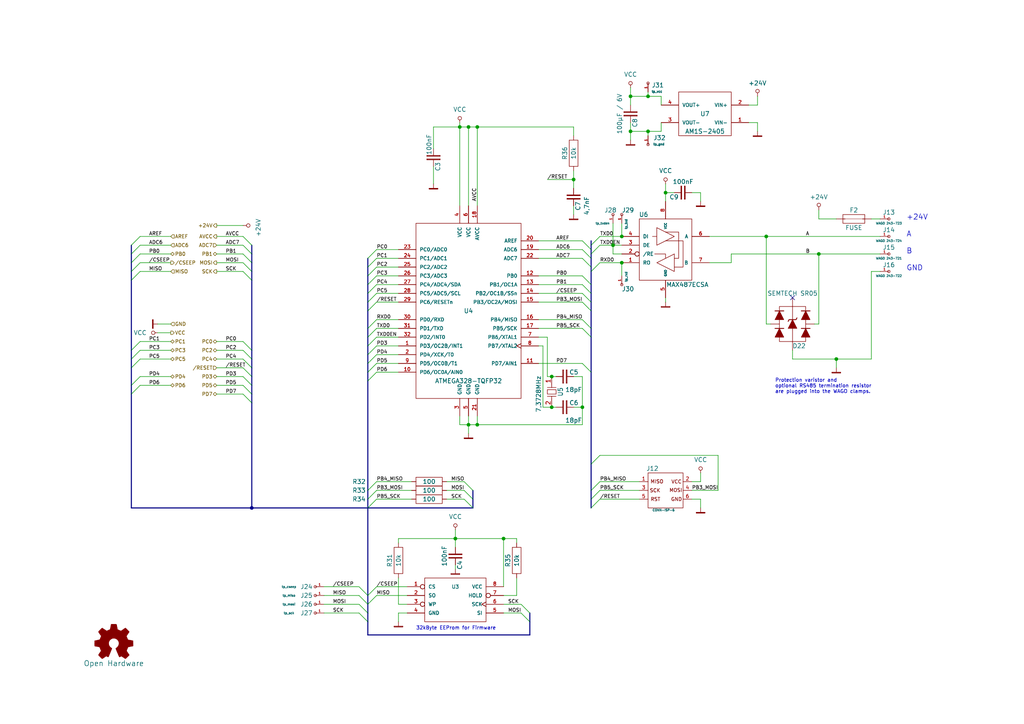
<source format=kicad_sch>
(kicad_sch (version 20211123) (generator eeschema)
  (paper "A4")
  (title_block (title "switch 3pole (bus_atmega328_basic)") (date "2018-12-27") (rev "B") (company "KoeWiBa"))
  (lib_symbols
    (symbol "connectors:CONN-ISP-6" (pin_names (offset 1.016))
      (property "Reference" "J" (at -3.81 6.35 0))
      (property "Value" "CONN-ISP-6" (at -3.81 -5.715 0))
      (symbol "CONN-ISP-6_0_0"
        (text "MOSI" (at 2.9718 0.0762 0) (effects (font (size 1.016 1.016))))
        (text "SCK" (at -3.048 0 0) (effects (font (size 1.016 1.016))))
        (text "VCC" (at 3.175 2.54 0) (effects (font (size 1.016 1.016))))
      )
      (symbol "CONN-ISP-6_1_0"
        (text "GND" (at 3.175 -2.54 0) (effects (font (size 1.016 1.016))))
        (text "MISO" (at -2.4892 2.5908 0) (effects (font (size 1.016 1.016))))
        (text "RST" (at -2.921 -2.54 0) (effects (font (size 1.016 1.016))))
      )
      (symbol "CONN-ISP-6_1_1"
        (pin passive line (at -7.62 2.54 0) (length 2.54) (name "~") (number "1"))
        (pin passive line (at 7.62 2.54 180) (length 2.54) (name "~") (number "2"))
        (pin passive line (at -7.62 0 0) (length 2.54) (name "~") (number "3"))
        (pin passive line (at 7.62 0 180) (length 2.54) (name "~") (number "4"))
        (pin passive line (at -7.62 -2.54 0) (length 2.54) (name "~") (number "5"))
        (pin passive line (at 7.62 -2.54 180) (length 2.54) (name "~") (number "6"))
      )
    )
    (symbol "connectors:CONN_1" (pin_names (offset 1.016))
      (property "Reference" "J" (at 0 1.905 0))
      (property "Value" "CONN_1" (at 0 -1.905 0))
      (symbol "CONN_1_1_1"
        (pin passive line (at -2.54 0 0) (length 2.54) (name "~") (number "1"))
      )
    )
    (symbol "diodes:SEMTECH_SR05" (pin_numbers hide) (pin_names (offset 1.016) hide)
      (property "Reference" "D" (at 1.905 -6.35 0))
      (property "Value" "SEMTECH_SR05" (at 0 6.35 0))
      (symbol "SEMTECH_SR05_1_1"
        (pin input line (at 0 -7.62 90) (length 2.54) (name "1") (number "1"))
        (pin input line (at 0 7.62 270) (length 2.54) (name "2") (number "2"))
        (pin input line (at 6.35 0 180) (length 2.54) (name "3") (number "3"))
        (pin input line (at -6.35 0 0) (length 2.54) (name "4") (number "4"))
      )
    )
    (symbol "ics_controller_atmel:ATMEGA88-TQFP32" (pin_names (offset 1.016))
      (property "Reference" "U" (at 0 0 0))
      (property "Value" "ATMEGA88-TQFP32" (at 0 -20.32 0))
      (symbol "ATMEGA88-TQFP32_1_1"
        (pin input line (at -20.32 -10.16 0) (length 5.08) (name "PD3/OC2B/INT1") (number "1"))
        (pin input line (at -20.32 -17.78 0) (length 5.08) (name "PD6/OC0A/AIN0") (number "10"))
        (pin input line (at 20.32 -15.24 180) (length 5.08) (name "PD7/AIN1") (number "11"))
        (pin input line (at 20.32 10.16 180) (length 5.08) (name "PB0") (number "12"))
        (pin input line (at 20.32 7.62 180) (length 5.08) (name "PB1/OC1A") (number "13"))
        (pin input line (at 20.32 5.08 180) (length 5.08) (name "PB2/OC1B/SSn") (number "14"))
        (pin input line (at 20.32 2.54 180) (length 5.08) (name "PB3/OC2A/MOSI") (number "15"))
        (pin input line (at 20.32 -2.54 180) (length 5.08) (name "PB4/MISO") (number "16"))
        (pin input line (at 20.32 -5.08 180) (length 5.08) (name "PB5/SCK") (number "17"))
        (pin power_in line (at 2.54 30.48 270) (length 5.08) (name "AVCC") (number "18"))
        (pin input line (at 20.32 17.78 180) (length 5.08) (name "ADC6") (number "19"))
        (pin input line (at -20.32 -12.7 0) (length 5.08) (name "PD4/XCK/T0") (number "2"))
        (pin input line (at 20.32 20.32 180) (length 5.08) (name "AREF") (number "20"))
        (pin power_in line (at 2.54 -30.48 90) (length 5.08) (name "GND") (number "21"))
        (pin input line (at 20.32 15.24 180) (length 5.08) (name "ADC7") (number "22"))
        (pin input line (at -20.32 17.78 0) (length 5.08) (name "PC0/ADC0") (number "23"))
        (pin input line (at -20.32 15.24 0) (length 5.08) (name "PC1/ADC1") (number "24"))
        (pin input line (at -20.32 12.7 0) (length 5.08) (name "PC2/ADC2") (number "25"))
        (pin input line (at -20.32 10.16 0) (length 5.08) (name "PC3/ADC3") (number "26"))
        (pin input line (at -20.32 7.62 0) (length 5.08) (name "PC4/ADC4/SDA") (number "27"))
        (pin input line (at -20.32 5.08 0) (length 5.08) (name "PC5/ADC5/SCL") (number "28"))
        (pin input line (at -20.32 2.54 0) (length 5.08) (name "PC6/RESETn") (number "29"))
        (pin power_in line (at -2.54 -30.48 90) (length 5.08) (name "GND") (number "3"))
        (pin input line (at -20.32 -2.54 0) (length 5.08) (name "PD0/RXD") (number "30"))
        (pin input line (at -20.32 -5.08 0) (length 5.08) (name "PD1/TXD") (number "31"))
        (pin input line (at -20.32 -7.62 0) (length 5.08) (name "PD2/INT0") (number "32"))
        (pin power_in line (at -2.54 30.48 270) (length 5.08) (name "VCC") (number "4"))
        (pin power_in line (at 0 -30.48 90) (length 5.08) (name "GND") (number "5"))
        (pin power_in line (at 0 30.48 270) (length 5.08) (name "VCC") (number "6"))
        (pin input line (at 20.32 -7.62 180) (length 5.08) (name "PB6/XTAL1") (number "7"))
        (pin input clock (at 20.32 -10.16 180) (length 5.08) (name "PB7/XTAL2") (number "8"))
        (pin input line (at -20.32 -15.24 0) (length 5.08) (name "PD5/OC0B/T1") (number "9"))
      )
    )
    (symbol "ics_misc:MAX487" (pin_names (offset 1.016))
      (property "Reference" "U" (at -6.35 10.16 0))
      (property "Value" "MAX487" (at 5.08 -10.16 0))
      (symbol "MAX487_0_1"
        (pin output line (at -12.7 -3.81 0) (length 5.08) (name "RO") (number "1"))
      )
      (symbol "MAX487_1_1"
        (pin input inverted (at -12.7 -1.27 0) (length 5.08) (name "/RE") (number "2"))
        (pin input line (at -12.7 1.27 0) (length 5.08) (name "DE") (number "3"))
        (pin input line (at -12.7 3.81 0) (length 5.08) (name "DI") (number "4"))
        (pin power_out line (at 0 -13.97 90) (length 5.08) (name "GND") (number "5"))
        (pin bidirectional line (at 12.7 3.81 180) (length 5.08) (name "A") (number "6"))
        (pin bidirectional line (at 12.7 -3.81 180) (length 5.08) (name "B") (number "7"))
        (pin power_in line (at 0 13.97 270) (length 5.08) (name "VCC") (number "8"))
      )
    )
    (symbol "ics_peripheral:25LCXXX" (pin_names (offset 1.016))
      (property "Reference" "U" (at 0 3.81 0))
      (property "Value" "25LCXXX" (at 0 -3.81 0))
      (symbol "25LCXXX_1_1"
        (pin input inverted (at -13.97 3.81 0) (length 5.08) (name "CS") (number "1"))
        (pin output line (at -13.97 1.27 0) (length 5.08) (name "SO") (number "2"))
        (pin input inverted (at -13.97 -1.27 0) (length 5.08) (name "WP") (number "3"))
        (pin power_in line (at -13.97 -3.81 0) (length 5.08) (name "GND") (number "4"))
        (pin input line (at 13.97 -3.81 180) (length 5.08) (name "SI") (number "5"))
        (pin input clock (at 13.97 -1.27 180) (length 5.08) (name "SCK") (number "6"))
        (pin bidirectional inverted (at 13.97 1.27 180) (length 5.08) (name "HOLD") (number "7"))
        (pin power_in line (at 13.97 3.81 180) (length 5.08) (name "VCC") (number "8"))
      )
    )
    (symbol "ics_regulator:AM1S-2405" (pin_names (offset 1.016))
      (property "Reference" "U" (at 0 0 0))
      (property "Value" "AM1S-2405" (at 0 -5.08 0))
      (symbol "AM1S-2405_1_1"
        (pin passive line (at -12.7 -2.54 0) (length 5.08) (name "VIN-") (number "1"))
        (pin power_in line (at -12.7 2.54 0) (length 5.08) (name "VIN+") (number "2"))
        (pin passive line (at 12.7 -2.54 180) (length 5.08) (name "VOUT-") (number "3"))
        (pin power_out line (at 12.7 2.54 180) (length 5.08) (name "VOUT+") (number "4"))
      )
    )
    (symbol "logo:OPEN_HARDWARE_1" (pin_names (offset 1.016))
      (property "Reference" "LOGO" (at 0 6.985 0))
      (property "Value" "OPEN_HARDWARE_1" (at 0 -5.715 0))
    )
    (symbol "power:+24V" (power) (pin_numbers hide) (pin_names (offset 0))
      (property "Value" "+24V" (at 0 2.794 0))
      (symbol "+24V_0_0"
        (pin power_in line (at 0 0 90) (length 0) hide (name "+24V") (number "1"))
      )
    )
    (symbol "power:GND" (power) (pin_names (offset 0.254))
      (symbol "GND_1_1"
        (pin power_in line (at 0 0 90) (length 0) hide (name "GND") (number "1"))
      )
    )
    (symbol "power:VCC" (power) (pin_names (offset 0))
      (property "Value" "VCC" (at 0 2.54 0))
      (symbol "VCC_0_0"
        (pin power_in line (at 0 0 90) (length 0) hide (name "VCC") (number "1"))
      )
    )
    (symbol "standard:C" (pin_numbers hide) (pin_names (offset 1.016) hide)
      (property "Reference" "C" (at 1.27 1.27 0))
      (property "Value" "C" (at 0 -3.175 0))
      (symbol "C_1_1"
        (pin input line (at -2.54 0 0) (length 1.905) (name "1") (number "1"))
        (pin input line (at 2.54 0 180) (length 1.905) (name "2") (number "2"))
      )
    )
    (symbol "standard:CRYSTAL" (pin_names (offset 1.016))
      (property "Reference" "U" (at 4.445 2.54 0))
      (property "Value" "CRYSTAL" (at 4.445 -2.54 0))
      (symbol "CRYSTAL_1_1"
        (pin output line (at 0 0 0) (length 2.54) (name "~") (number "1"))
        (pin output line (at 8.89 0 180) (length 2.54) (name "~") (number "2"))
      )
    )
    (symbol "standard:R" (pin_numbers hide) (pin_names (offset 1.016) hide)
      (property "Reference" "R" (at 0 -2.54 0))
      (property "Value" "R" (at 0 0 0))
      (symbol "R_1_1"
        (pin passive line (at -5.08 0 0) (length 1.27) (name "1") (number "1"))
        (pin passive line (at 5.08 0 180) (length 1.27) (name "2") (number "2"))
      )
    )
    (symbol "switch_3pole_5x-rescue:FUSE-standard" (pin_numbers hide) (pin_names (offset 1.016) hide)
      (property "Reference" "F" (at 0 2.54 0))
      (property "Value" "FUSE-standard" (at 0 -2.54 0))
      (symbol "FUSE-standard_1_1"
        (pin passive line (at -5.08 0 0) (length 2.54) (name "1") (number "1"))
        (pin passive line (at 5.08 0 180) (length 2.54) (name "2") (number "2"))
      )
    )
  )
  (junction (at 182.88 38.1))
  (junction (at 166.37 52.07))
  (junction (at 237.49 73.66))
  (junction (at 187.96 38.1))
  (junction (at 133.35 36.83))
  (junction (at 180.34 68.58))
  (junction (at 146.05 156.21))
  (junction (at 242.57 104.14))
  (junction (at 177.8 71.12))
  (junction (at 73.025 147.32))
  (junction (at 135.89 123.19))
  (junction (at 135.89 36.83))
  (junction (at 187.96 27.94))
  (junction (at 180.34 76.2))
  (junction (at 160.02 109.22))
  (junction (at 138.43 36.83))
  (junction (at 138.43 123.19))
  (junction (at 193.04 55.88))
  (junction (at 168.91 118.11))
  (junction (at 132.08 156.21))
  (junction (at 182.88 27.94))
  (junction (at 222.25 68.58))
  (junction (at 160.02 118.11))
  (no_connect (at 229.87 86.36))
  (bus_entry (at 106.68 87.63) (size 2.54 -2.54))
  (bus_entry (at 70.485 76.2) (size 2.54 2.54))
  (bus_entry (at 38.1 71.12) (size 2.54 -2.54))
  (bus_entry (at 151.13 177.8) (size 2.54 2.54))
  (bus_entry (at 106.68 110.49) (size 2.54 -2.54))
  (bus_entry (at 134.62 139.7) (size 2.54 2.54))
  (bus_entry (at 38.1 106.68) (size 2.54 -2.54))
  (bus_entry (at 38.1 76.2) (size 2.54 -2.54))
  (bus_entry (at 106.68 102.87) (size 2.54 -2.54))
  (bus_entry (at 70.485 109.22) (size 2.54 2.54))
  (bus_entry (at 168.91 105.41) (size 2.54 2.54))
  (bus_entry (at 106.68 74.93) (size 2.54 -2.54))
  (bus_entry (at 171.45 147.32) (size 2.54 -2.54))
  (bus_entry (at 168.91 87.63) (size 2.54 2.54))
  (bus_entry (at 70.485 68.58) (size 2.54 2.54))
  (bus_entry (at 106.68 80.01) (size 2.54 -2.54))
  (bus_entry (at 168.91 74.93) (size 2.54 2.54))
  (bus_entry (at 38.1 78.74) (size 2.54 -2.54))
  (bus_entry (at 171.45 134.62) (size 2.54 -2.54))
  (bus_entry (at 70.485 71.12) (size 2.54 2.54))
  (bus_entry (at 106.68 144.78) (size 2.54 -2.54))
  (bus_entry (at 104.14 172.72) (size 2.54 2.54))
  (bus_entry (at 106.68 172.72) (size 2.54 -2.54))
  (bus_entry (at 38.1 101.6) (size 2.54 -2.54))
  (bus_entry (at 70.485 78.74) (size 2.54 2.54))
  (bus_entry (at 106.68 107.95) (size 2.54 -2.54))
  (bus_entry (at 168.91 69.85) (size 2.54 2.54))
  (bus_entry (at 106.68 85.09) (size 2.54 -2.54))
  (bus_entry (at 38.1 111.76) (size 2.54 -2.54))
  (bus_entry (at 106.68 95.25) (size 2.54 -2.54))
  (bus_entry (at 171.45 144.78) (size 2.54 -2.54))
  (bus_entry (at 106.68 97.79) (size 2.54 -2.54))
  (bus_entry (at 106.68 90.17) (size 2.54 -2.54))
  (bus_entry (at 70.485 114.3) (size 2.54 2.54))
  (bus_entry (at 106.68 105.41) (size 2.54 -2.54))
  (bus_entry (at 171.45 142.24) (size 2.54 -2.54))
  (bus_entry (at 106.68 82.55) (size 2.54 -2.54))
  (bus_entry (at 70.485 73.66) (size 2.54 2.54))
  (bus_entry (at 70.485 106.68) (size 2.54 2.54))
  (bus_entry (at 106.68 147.32) (size 2.54 -2.54))
  (bus_entry (at 106.68 142.24) (size 2.54 -2.54))
  (bus_entry (at 171.45 78.74) (size 2.54 -2.54))
  (bus_entry (at 38.1 81.28) (size 2.54 -2.54))
  (bus_entry (at 168.91 95.25) (size 2.54 2.54))
  (bus_entry (at 104.14 170.18) (size 2.54 2.54))
  (bus_entry (at 38.1 104.14) (size 2.54 -2.54))
  (bus_entry (at 106.68 77.47) (size 2.54 -2.54))
  (bus_entry (at 168.91 82.55) (size 2.54 2.54))
  (bus_entry (at 70.485 99.06) (size 2.54 2.54))
  (bus_entry (at 104.14 177.8) (size 2.54 2.54))
  (bus_entry (at 38.1 114.3) (size 2.54 -2.54))
  (bus_entry (at 168.91 72.39) (size 2.54 2.54))
  (bus_entry (at 171.45 73.66) (size 2.54 -2.54))
  (bus_entry (at 106.68 100.33) (size 2.54 -2.54))
  (bus_entry (at 106.68 175.26) (size 2.54 -2.54))
  (bus_entry (at 70.485 111.76) (size 2.54 2.54))
  (bus_entry (at 168.91 85.09) (size 2.54 2.54))
  (bus_entry (at 168.91 80.01) (size 2.54 2.54))
  (bus_entry (at 171.45 71.12) (size 2.54 -2.54))
  (bus_entry (at 38.1 73.66) (size 2.54 -2.54))
  (bus_entry (at 70.485 101.6) (size 2.54 2.54))
  (bus_entry (at 168.91 92.71) (size 2.54 2.54))
  (bus_entry (at 104.14 175.26) (size 2.54 2.54))
  (bus_entry (at 134.62 142.24) (size 2.54 2.54))
  (bus_entry (at 151.13 175.26) (size 2.54 2.54))
  (bus_entry (at 134.62 144.78) (size 2.54 2.54))
  (bus_entry (at 70.485 104.14) (size 2.54 2.54))
  (bus (pts (xy 171.45 78.74) (xy 171.45 82.55)))
  (wire (pts (xy 135.89 123.19) (xy 138.43 123.19)))
  (wire (pts (xy 203.2 139.7) (xy 203.2 137.16)))
  (wire (pts (xy 252.73 63.5) (xy 255.27 63.5)))
  (wire (pts (xy 193.04 53.34) (xy 193.04 55.88)))
  (wire (pts (xy 115.57 156.21) (xy 132.08 156.21)))
  (wire (pts (xy 217.17 35.56) (xy 219.71 35.56)))
  (wire (pts (xy 135.89 120.65) (xy 135.89 123.19)))
  (wire (pts (xy 49.53 78.74) (xy 40.64 78.74)))
  (wire (pts (xy 157.48 100.33) (xy 157.48 118.11)))
  (wire (pts (xy 135.89 36.83) (xy 135.89 59.69)))
  (wire (pts (xy 182.88 38.1) (xy 182.88 40.64)))
  (bus (pts (xy 153.67 177.8) (xy 153.67 180.34)))
  (wire (pts (xy 223.52 93.98) (xy 222.25 93.98)))
  (wire (pts (xy 125.73 36.83) (xy 125.73 43.18)))
  (bus (pts (xy 73.025 106.68) (xy 73.025 109.22)))
  (wire (pts (xy 138.43 123.19) (xy 168.91 123.19)))
  (wire (pts (xy 237.49 60.96) (xy 237.49 63.5)))
  (wire (pts (xy 62.865 78.74) (xy 70.485 78.74)))
  (bus (pts (xy 171.45 71.12) (xy 171.45 72.39)))
  (bus (pts (xy 73.025 104.14) (xy 73.025 106.68)))
  (wire (pts (xy 109.22 142.24) (xy 119.38 142.24)))
  (bus (pts (xy 38.1 111.76) (xy 38.1 114.3)))
  (wire (pts (xy 187.96 26.67) (xy 187.96 27.94)))
  (wire (pts (xy 187.96 39.37) (xy 187.96 38.1)))
  (bus (pts (xy 73.025 73.66) (xy 73.025 76.2)))
  (bus (pts (xy 171.45 87.63) (xy 171.45 90.17)))
  (wire (pts (xy 40.64 99.06) (xy 49.53 99.06)))
  (wire (pts (xy 62.865 104.14) (xy 70.485 104.14)))
  (bus (pts (xy 171.45 69.85) (xy 171.45 71.12)))
  (wire (pts (xy 219.71 27.94) (xy 219.71 30.48)))
  (wire (pts (xy 177.8 71.12) (xy 177.8 73.66)))
  (wire (pts (xy 109.22 107.95) (xy 115.57 107.95)))
  (wire (pts (xy 49.53 101.6) (xy 40.64 101.6)))
  (wire (pts (xy 182.88 25.4) (xy 182.88 27.94)))
  (bus (pts (xy 106.68 180.34) (xy 106.68 184.15)))
  (wire (pts (xy 62.865 99.06) (xy 70.485 99.06)))
  (wire (pts (xy 158.75 97.79) (xy 156.21 97.79)))
  (bus (pts (xy 73.025 114.3) (xy 73.025 116.84)))
  (wire (pts (xy 156.21 80.01) (xy 168.91 80.01)))
  (wire (pts (xy 118.11 177.8) (xy 115.57 177.8)))
  (bus (pts (xy 171.45 142.24) (xy 171.45 144.78)))
  (bus (pts (xy 73.025 111.76) (xy 73.025 114.3)))
  (wire (pts (xy 115.57 92.71) (xy 109.22 92.71)))
  (wire (pts (xy 146.05 170.18) (xy 146.05 156.21)))
  (wire (pts (xy 133.35 123.19) (xy 135.89 123.19)))
  (bus (pts (xy 106.68 77.47) (xy 106.68 80.01)))
  (wire (pts (xy 182.88 27.94) (xy 182.88 30.48)))
  (bus (pts (xy 106.68 87.63) (xy 106.68 90.17)))
  (wire (pts (xy 62.865 68.58) (xy 70.485 68.58)))
  (wire (pts (xy 212.09 76.2) (xy 205.74 76.2)))
  (wire (pts (xy 151.13 175.26) (xy 146.05 175.26)))
  (wire (pts (xy 134.62 144.78) (xy 129.54 144.78)))
  (wire (pts (xy 166.37 52.07) (xy 158.75 52.07)))
  (bus (pts (xy 137.16 144.78) (xy 137.16 147.32)))
  (wire (pts (xy 70.485 106.68) (xy 62.865 106.68)))
  (wire (pts (xy 93.98 172.72) (xy 104.14 172.72)))
  (wire (pts (xy 158.75 109.22) (xy 160.02 109.22)))
  (wire (pts (xy 70.485 73.66) (xy 62.865 73.66)))
  (wire (pts (xy 166.37 36.83) (xy 166.37 39.37)))
  (wire (pts (xy 166.37 49.53) (xy 166.37 52.07)))
  (wire (pts (xy 115.57 156.21) (xy 115.57 157.48)))
  (wire (pts (xy 115.57 175.26) (xy 115.57 167.64)))
  (bus (pts (xy 38.1 78.74) (xy 38.1 81.28)))
  (wire (pts (xy 118.11 175.26) (xy 115.57 175.26)))
  (wire (pts (xy 166.37 52.07) (xy 166.37 54.61)))
  (wire (pts (xy 149.86 156.21) (xy 149.86 157.48)))
  (wire (pts (xy 156.21 95.25) (xy 168.91 95.25)))
  (bus (pts (xy 137.16 142.24) (xy 137.16 144.78)))
  (wire (pts (xy 133.35 36.83) (xy 133.35 59.69)))
  (bus (pts (xy 171.45 77.47) (xy 171.45 78.74)))
  (bus (pts (xy 38.1 106.68) (xy 38.1 111.76)))
  (bus (pts (xy 106.68 144.78) (xy 106.68 147.32)))
  (wire (pts (xy 109.22 139.7) (xy 119.38 139.7)))
  (wire (pts (xy 138.43 36.83) (xy 138.43 59.69)))
  (wire (pts (xy 187.96 27.94) (xy 191.77 27.94)))
  (wire (pts (xy 156.21 100.33) (xy 157.48 100.33)))
  (bus (pts (xy 171.45 90.17) (xy 171.45 95.25)))
  (wire (pts (xy 203.2 55.88) (xy 203.2 58.42)))
  (wire (pts (xy 135.89 36.83) (xy 133.35 36.83)))
  (wire (pts (xy 149.86 167.64) (xy 149.86 172.72)))
  (wire (pts (xy 166.37 118.11) (xy 168.91 118.11)))
  (bus (pts (xy 153.67 184.15) (xy 106.68 184.15)))
  (bus (pts (xy 106.68 95.25) (xy 106.68 97.79)))
  (wire (pts (xy 237.49 63.5) (xy 242.57 63.5)))
  (wire (pts (xy 185.42 144.78) (xy 173.99 144.78)))
  (wire (pts (xy 222.25 93.98) (xy 222.25 68.58)))
  (wire (pts (xy 168.91 109.22) (xy 168.91 118.11)))
  (bus (pts (xy 73.025 78.74) (xy 73.025 81.28)))
  (wire (pts (xy 109.22 85.09) (xy 115.57 85.09)))
  (wire (pts (xy 182.88 27.94) (xy 187.96 27.94)))
  (wire (pts (xy 156.21 105.41) (xy 168.91 105.41)))
  (bus (pts (xy 73.025 116.84) (xy 73.025 147.32)))
  (wire (pts (xy 40.64 104.14) (xy 49.53 104.14)))
  (bus (pts (xy 171.45 107.95) (xy 171.45 134.62)))
  (bus (pts (xy 38.1 71.12) (xy 38.1 73.66)))
  (wire (pts (xy 237.49 73.66) (xy 255.27 73.66)))
  (wire (pts (xy 109.22 82.55) (xy 115.57 82.55)))
  (wire (pts (xy 237.49 93.98) (xy 237.49 73.66)))
  (wire (pts (xy 156.21 74.93) (xy 168.91 74.93)))
  (wire (pts (xy 191.77 35.56) (xy 191.77 38.1)))
  (wire (pts (xy 166.37 59.69) (xy 166.37 62.23)))
  (wire (pts (xy 187.96 38.1) (xy 191.77 38.1)))
  (bus (pts (xy 106.68 107.95) (xy 106.68 110.49)))
  (wire (pts (xy 157.48 118.11) (xy 160.02 118.11)))
  (bus (pts (xy 106.68 147.32) (xy 137.16 147.32)))
  (bus (pts (xy 106.68 175.26) (xy 106.68 177.8)))
  (wire (pts (xy 132.08 156.21) (xy 146.05 156.21)))
  (wire (pts (xy 109.22 97.79) (xy 115.57 97.79)))
  (wire (pts (xy 242.57 104.14) (xy 252.73 104.14)))
  (wire (pts (xy 200.66 144.78) (xy 203.2 144.78)))
  (bus (pts (xy 171.45 95.25) (xy 171.45 97.79)))
  (bus (pts (xy 106.68 172.72) (xy 106.68 175.26)))
  (wire (pts (xy 173.99 71.12) (xy 177.8 71.12)))
  (bus (pts (xy 73.025 76.2) (xy 73.025 78.74)))
  (wire (pts (xy 132.08 163.83) (xy 132.08 165.1)))
  (wire (pts (xy 219.71 35.56) (xy 219.71 38.1)))
  (wire (pts (xy 125.73 48.26) (xy 125.73 53.34)))
  (bus (pts (xy 106.68 74.93) (xy 106.68 77.47)))
  (wire (pts (xy 134.62 139.7) (xy 129.54 139.7)))
  (bus (pts (xy 38.1 73.66) (xy 38.1 76.2)))
  (wire (pts (xy 93.98 175.26) (xy 104.14 175.26)))
  (wire (pts (xy 208.28 132.08) (xy 208.28 142.24)))
  (wire (pts (xy 40.64 76.2) (xy 49.53 76.2)))
  (wire (pts (xy 177.8 73.66) (xy 180.34 73.66)))
  (wire (pts (xy 132.08 153.67) (xy 132.08 156.21)))
  (wire (pts (xy 49.53 96.52) (xy 45.72 96.52)))
  (wire (pts (xy 93.98 177.8) (xy 104.14 177.8)))
  (bus (pts (xy 38.1 81.28) (xy 38.1 101.6)))
  (wire (pts (xy 180.34 76.2) (xy 180.34 80.01)))
  (wire (pts (xy 149.86 172.72) (xy 146.05 172.72)))
  (wire (pts (xy 133.35 36.83) (xy 125.73 36.83)))
  (wire (pts (xy 129.54 142.24) (xy 134.62 142.24)))
  (wire (pts (xy 219.71 30.48) (xy 217.17 30.48)))
  (bus (pts (xy 38.1 114.3) (xy 38.1 147.32)))
  (wire (pts (xy 45.72 93.98) (xy 49.53 93.98)))
  (wire (pts (xy 173.99 132.08) (xy 208.28 132.08)))
  (wire (pts (xy 156.21 69.85) (xy 168.91 69.85)))
  (wire (pts (xy 158.75 109.22) (xy 158.75 97.79)))
  (wire (pts (xy 109.22 102.87) (xy 115.57 102.87)))
  (wire (pts (xy 109.22 95.25) (xy 115.57 95.25)))
  (bus (pts (xy 73.025 109.22) (xy 73.025 111.76)))
  (wire (pts (xy 109.22 80.01) (xy 115.57 80.01)))
  (bus (pts (xy 153.67 180.34) (xy 153.67 184.15)))
  (wire (pts (xy 193.04 55.88) (xy 193.04 58.42)))
  (bus (pts (xy 106.68 147.32) (xy 106.68 172.72)))
  (bus (pts (xy 171.45 82.55) (xy 171.45 85.09)))
  (wire (pts (xy 135.89 123.19) (xy 135.89 125.73)))
  (bus (pts (xy 106.68 80.01) (xy 106.68 82.55)))
  (wire (pts (xy 191.77 30.48) (xy 191.77 27.94)))
  (wire (pts (xy 156.21 87.63) (xy 168.91 87.63)))
  (wire (pts (xy 156.21 82.55) (xy 168.91 82.55)))
  (bus (pts (xy 171.45 73.66) (xy 171.45 74.93)))
  (wire (pts (xy 49.53 68.58) (xy 40.64 68.58)))
  (wire (pts (xy 109.22 77.47) (xy 115.57 77.47)))
  (wire (pts (xy 146.05 156.21) (xy 149.86 156.21)))
  (wire (pts (xy 109.22 144.78) (xy 119.38 144.78)))
  (bus (pts (xy 73.025 71.12) (xy 73.025 73.66)))
  (bus (pts (xy 38.1 147.32) (xy 73.025 147.32)))
  (wire (pts (xy 49.53 111.76) (xy 40.64 111.76)))
  (bus (pts (xy 106.68 85.09) (xy 106.68 87.63)))
  (wire (pts (xy 242.57 106.68) (xy 242.57 104.14)))
  (wire (pts (xy 109.22 74.93) (xy 115.57 74.93)))
  (wire (pts (xy 185.42 139.7) (xy 173.99 139.7)))
  (bus (pts (xy 73.025 147.32) (xy 106.68 147.32)))
  (bus (pts (xy 171.45 85.09) (xy 171.45 87.63)))
  (wire (pts (xy 255.27 78.74) (xy 252.73 78.74)))
  (wire (pts (xy 62.865 109.22) (xy 70.485 109.22)))
  (wire (pts (xy 173.99 76.2) (xy 180.34 76.2)))
  (wire (pts (xy 200.66 55.88) (xy 203.2 55.88)))
  (wire (pts (xy 193.04 86.36) (xy 193.04 87.63)))
  (wire (pts (xy 109.22 87.63) (xy 115.57 87.63)))
  (wire (pts (xy 160.02 109.22) (xy 161.29 109.22)))
  (wire (pts (xy 182.88 35.56) (xy 182.88 38.1)))
  (wire (pts (xy 118.11 172.72) (xy 109.22 172.72)))
  (bus (pts (xy 38.1 101.6) (xy 38.1 104.14)))
  (wire (pts (xy 168.91 118.11) (xy 168.91 123.19)))
  (wire (pts (xy 109.22 100.33) (xy 115.57 100.33)))
  (bus (pts (xy 106.68 97.79) (xy 106.68 100.33)))
  (bus (pts (xy 38.1 76.2) (xy 38.1 78.74)))
  (wire (pts (xy 195.58 55.88) (xy 193.04 55.88)))
  (wire (pts (xy 70.485 111.76) (xy 62.865 111.76)))
  (wire (pts (xy 70.485 101.6) (xy 62.865 101.6)))
  (wire (pts (xy 93.98 170.18) (xy 104.14 170.18)))
  (wire (pts (xy 133.35 120.65) (xy 133.35 123.19)))
  (wire (pts (xy 205.74 68.58) (xy 222.25 68.58)))
  (bus (pts (xy 73.025 101.6) (xy 73.025 104.14)))
  (wire (pts (xy 180.34 68.58) (xy 180.34 64.77)))
  (bus (pts (xy 171.45 97.79) (xy 171.45 107.95)))
  (wire (pts (xy 173.99 142.24) (xy 185.42 142.24)))
  (bus (pts (xy 106.68 90.17) (xy 106.68 95.25)))
  (bus (pts (xy 106.68 110.49) (xy 106.68 142.24)))
  (bus (pts (xy 106.68 100.33) (xy 106.68 102.87)))
  (wire (pts (xy 109.22 105.41) (xy 115.57 105.41)))
  (wire (pts (xy 229.87 101.6) (xy 229.87 104.14)))
  (wire (pts (xy 177.8 71.12) (xy 177.8 64.77)))
  (wire (pts (xy 182.88 38.1) (xy 187.96 38.1)))
  (wire (pts (xy 156.21 85.09) (xy 168.91 85.09)))
  (wire (pts (xy 177.8 71.12) (xy 180.34 71.12)))
  (wire (pts (xy 222.25 68.58) (xy 255.27 68.58)))
  (wire (pts (xy 70.485 65.405) (xy 62.865 65.405)))
  (bus (pts (xy 106.68 102.87) (xy 106.68 105.41)))
  (bus (pts (xy 171.45 144.78) (xy 171.45 147.32)))
  (bus (pts (xy 73.025 81.28) (xy 73.025 101.6)))
  (wire (pts (xy 166.37 36.83) (xy 138.43 36.83)))
  (wire (pts (xy 212.09 73.66) (xy 212.09 76.2)))
  (wire (pts (xy 40.64 71.12) (xy 49.53 71.12)))
  (bus (pts (xy 106.68 142.24) (xy 106.68 144.78)))
  (wire (pts (xy 115.57 177.8) (xy 115.57 180.34)))
  (wire (pts (xy 166.37 109.22) (xy 168.91 109.22)))
  (bus (pts (xy 106.68 177.8) (xy 106.68 180.34)))
  (bus (pts (xy 171.45 134.62) (xy 171.45 142.24)))
  (wire (pts (xy 229.87 104.14) (xy 242.57 104.14)))
  (wire (pts (xy 146.05 177.8) (xy 151.13 177.8)))
  (bus (pts (xy 171.45 74.93) (xy 171.45 77.47)))
  (wire (pts (xy 62.865 71.12) (xy 70.485 71.12)))
  (wire (pts (xy 138.43 36.83) (xy 135.89 36.83)))
  (wire (pts (xy 40.64 109.22) (xy 49.53 109.22)))
  (wire (pts (xy 236.22 93.98) (xy 237.49 93.98)))
  (bus (pts (xy 106.68 82.55) (xy 106.68 85.09)))
  (wire (pts (xy 49.53 73.66) (xy 40.64 73.66)))
  (wire (pts (xy 62.865 114.3) (xy 70.485 114.3)))
  (wire (pts (xy 109.22 170.18) (xy 118.11 170.18)))
  (wire (pts (xy 138.43 123.19) (xy 138.43 120.65)))
  (wire (pts (xy 200.66 139.7) (xy 203.2 139.7)))
  (wire (pts (xy 173.99 68.58) (xy 180.34 68.58)))
  (bus (pts (xy 106.68 105.41) (xy 106.68 107.95)))
  (wire (pts (xy 203.2 144.78) (xy 203.2 147.32)))
  (wire (pts (xy 252.73 78.74) (xy 252.73 104.14)))
  (bus (pts (xy 171.45 72.39) (xy 171.45 73.66)))
  (wire (pts (xy 133.35 35.56) (xy 133.35 36.83)))
  (wire (pts (xy 208.28 142.24) (xy 200.66 142.24)))
  (wire (pts (xy 212.09 73.66) (xy 237.49 73.66)))
  (wire (pts (xy 156.21 92.71) (xy 168.91 92.71)))
  (wire (pts (xy 156.21 72.39) (xy 168.91 72.39)))
  (wire (pts (xy 62.865 76.2) (xy 70.485 76.2)))
  (wire (pts (xy 132.08 156.21) (xy 132.08 158.75)))
  (wire (pts (xy 109.22 72.39) (xy 115.57 72.39)))
  (bus (pts (xy 38.1 104.14) (xy 38.1 106.68)))
  (wire (pts (xy 160.02 118.11) (xy 161.29 118.11)))
  (text "Protection varistor and\noptional RS485 termination resistor\nare plugged into the WAGO clamps." (at 224.79 114.3 0) (effects (font (size 1.016 1.016)) (justify left bottom)))
  (text "+24V\n\nA\n\nB \n\nGND" (at 262.89 78.74 0) (effects (font (size 1.524 1.524)) (justify left bottom)))
  (text "32kByte EEProm for Firmware" (at 120.65 182.88 0) (effects (font (size 1.016 1.016)) (justify left bottom)))
  (label "SCK" (at 96.52 177.8 0) (effects (font (size 1.016 1.016))))
  (label "PB3_MOSI" (at 161.29 87.63 0) (effects (font (size 1.016 1.016))))
  (label "/RESET" (at 65.405 106.68 0) (effects (font (size 1.016 1.016))))
  (label "PB3_MOSI" (at 109.22 142.24 0) (effects (font (size 1.016 1.016))))
  (label "/CSEEP" (at 161.29 85.09 0) (effects (font (size 1.016 1.016))))
  (label "ADC7" (at 65.405 71.12 0) (effects (font (size 1.016 1.016))))
  (label "/RESET" (at 109.22 87.63 0) (effects (font (size 1.016 1.016))))
  (label "PD4" (at 109.22 102.87 0) (effects (font (size 1.016 1.016))))
  (label "PC1" (at 43.18 99.06 0) (effects (font (size 1.016 1.016))))
  (label "MOSI" (at 147.32 177.8 0) (effects (font (size 1.016 1.016))))
  (label "B" (at 233.68 73.66 0) (effects (font (size 1.016 1.016))))
  (label "MISO" (at 109.22 172.72 0) (effects (font (size 1.016 1.016))))
  (label "PD5" (at 65.405 111.76 0) (effects (font (size 1.016 1.016))))
  (label "PB3_MOSI" (at 200.66 142.24 0) (effects (font (size 1.016 1.016))))
  (label "PB4_MISO" (at 173.99 139.7 0) (effects (font (size 1.016 1.016))))
  (label "MOSI" (at 130.81 142.24 0) (effects (font (size 1.016 1.016))))
  (label "PB1" (at 161.29 82.55 0) (effects (font (size 1.016 1.016))))
  (label "PC2" (at 65.405 101.6 0) (effects (font (size 1.016 1.016))))
  (label "MISO" (at 96.52 172.72 0) (effects (font (size 1.016 1.016))))
  (label "AVCC" (at 138.43 58.42 90) (effects (font (size 1.016 1.016))))
  (label "/CSEEP" (at 43.18 76.2 0) (effects (font (size 1.016 1.016))))
  (label "PC5" (at 109.22 85.09 0) (effects (font (size 1.016 1.016))))
  (label "SCK" (at 130.81 144.78 0) (effects (font (size 1.016 1.016))))
  (label "AREF" (at 43.18 68.58 0) (effects (font (size 1.016 1.016))))
  (label "TXD0EN" (at 173.99 71.12 0) (effects (font (size 1.016 1.016))))
  (label "PC2" (at 109.22 77.47 0) (effects (font (size 1.016 1.016))))
  (label "PB5_SCK" (at 161.29 95.25 0) (effects (font (size 1.016 1.016))))
  (label "PD3" (at 65.405 109.22 0) (effects (font (size 1.016 1.016))))
  (label "PC0" (at 65.405 99.06 0) (effects (font (size 1.016 1.016))))
  (label "RXD0" (at 173.99 76.2 0) (effects (font (size 1.016 1.016))))
  (label "PB5_SCK" (at 109.22 144.78 0) (effects (font (size 1.016 1.016))))
  (label "PD5" (at 109.22 105.41 0) (effects (font (size 1.016 1.016))))
  (label "/RESET" (at 158.75 52.07 0) (effects (font (size 1.016 1.016))))
  (label "PB4_MISO" (at 109.22 139.7 0) (effects (font (size 1.016 1.016))))
  (label "A" (at 233.68 68.58 0) (effects (font (size 1.016 1.016))))
  (label "PD6" (at 109.22 107.95 0) (effects (font (size 1.016 1.016))))
  (label "ADC7" (at 161.29 74.93 0) (effects (font (size 1.016 1.016))))
  (label "PC1" (at 109.22 74.93 0) (effects (font (size 1.016 1.016))))
  (label "PD7" (at 161.29 105.41 0) (effects (font (size 1.016 1.016))))
  (label "AVCC" (at 65.405 68.58 0) (effects (font (size 1.016 1.016))))
  (label "/CSEEP" (at 96.52 170.18 0) (effects (font (size 1.016 1.016))))
  (label "PB0" (at 43.18 73.66 0) (effects (font (size 1.016 1.016))))
  (label "SCK" (at 147.32 175.26 0) (effects (font (size 1.016 1.016))))
  (label "PD6" (at 43.18 111.76 0) (effects (font (size 1.016 1.016))))
  (label "TXD0" (at 109.22 95.25 0) (effects (font (size 1.016 1.016))))
  (label "ADC6" (at 43.18 71.12 0) (effects (font (size 1.016 1.016))))
  (label "/RESET" (at 173.99 144.78 0) (effects (font (size 1.016 1.016))))
  (label "PD3" (at 109.22 100.33 0) (effects (font (size 1.016 1.016))))
  (label "MOSI" (at 65.405 76.2 0) (effects (font (size 1.016 1.016))))
  (label "PC3" (at 109.22 80.01 0) (effects (font (size 1.016 1.016))))
  (label "PD4" (at 43.18 109.22 0) (effects (font (size 1.016 1.016))))
  (label "PC4" (at 109.22 82.55 0) (effects (font (size 1.016 1.016))))
  (label "PC3" (at 43.18 101.6 0) (effects (font (size 1.016 1.016))))
  (label "PB4_MISO" (at 161.29 92.71 0) (effects (font (size 1.016 1.016))))
  (label "PD7" (at 65.405 114.3 0) (effects (font (size 1.016 1.016))))
  (label "ADC6" (at 161.29 72.39 0) (effects (font (size 1.016 1.016))))
  (label "AREF" (at 161.29 69.85 0) (effects (font (size 1.016 1.016))))
  (label "MISO" (at 130.81 139.7 0) (effects (font (size 1.016 1.016))))
  (label "SCK" (at 65.405 78.74 0) (effects (font (size 1.016 1.016))))
  (label "PB5_SCK" (at 173.99 142.24 0) (effects (font (size 1.016 1.016))))
  (label "PC5" (at 43.18 104.14 0) (effects (font (size 1.016 1.016))))
  (label "PB0" (at 161.29 80.01 0) (effects (font (size 1.016 1.016))))
  (label "MOSI" (at 96.52 175.26 0) (effects (font (size 1.016 1.016))))
  (label "MISO" (at 43.18 78.74 0) (effects (font (size 1.016 1.016))))
  (label "PB1" (at 65.405 73.66 0) (effects (font (size 1.016 1.016))))
  (label "PC0" (at 109.22 72.39 0) (effects (font (size 1.016 1.016))))
  (label "TXD0" (at 173.99 68.58 0) (effects (font (size 1.016 1.016))))
  (label "/CSEEP" (at 109.22 170.18 0) (effects (font (size 1.016 1.016))))
  (label "RXD0" (at 109.22 92.71 0) (effects (font (size 1.016 1.016))))
  (label "PC4" (at 65.405 104.14 0) (effects (font (size 1.016 1.016))))
  (label "TXD0EN" (at 109.22 97.79 0) (effects (font (size 1.016 1.016))))
  (hierarchical_label "PC5" (shape bidirectional) (at 49.53 104.14 0) (effects (font (size 1.016 1.016))))
  (hierarchical_label "GND" (shape input) (at 49.53 93.98 0) (effects (font (size 1.016 1.016))))
  (hierarchical_label "+24V" (shape output) (at 62.865 65.405 180) (effects (font (size 1.016 1.016))))
  (hierarchical_label "PC2" (shape bidirectional) (at 62.865 101.6 180) (effects (font (size 1.016 1.016))))
  (hierarchical_label "MISO" (shape input) (at 49.53 78.74 0) (effects (font (size 1.016 1.016))))
  (hierarchical_label "/RESET" (shape input) (at 62.865 106.68 180) (effects (font (size 1.016 1.016))))
  (hierarchical_label "PB0" (shape bidirectional) (at 49.53 73.66 0) (effects (font (size 1.016 1.016))))
  (hierarchical_label "ADC6" (shape input) (at 49.53 71.12 0) (effects (font (size 1.016 1.016))))
  (hierarchical_label "PC3" (shape bidirectional) (at 49.53 101.6 0) (effects (font (size 1.016 1.016))))
  (hierarchical_label "PC0" (shape bidirectional) (at 62.865 99.06 180) (effects (font (size 1.016 1.016))))
  (hierarchical_label "PD5" (shape bidirectional) (at 62.865 111.76 180) (effects (font (size 1.016 1.016))))
  (hierarchical_label "/CSEEP" (shape output) (at 49.53 76.2 0) (effects (font (size 1.016 1.016))))
  (hierarchical_label "PD6" (shape bidirectional) (at 49.53 111.76 0) (effects (font (size 1.016 1.016))))
  (hierarchical_label "PD7" (shape bidirectional) (at 62.865 114.3 180) (effects (font (size 1.016 1.016))))
  (hierarchical_label "PC4" (shape bidirectional) (at 62.865 104.14 180) (effects (font (size 1.016 1.016))))
  (hierarchical_label "SCK" (shape output) (at 62.865 78.74 180) (effects (font (size 1.016 1.016))))
  (hierarchical_label "PD3" (shape bidirectional) (at 62.865 109.22 180) (effects (font (size 1.016 1.016))))
  (hierarchical_label "PD4" (shape bidirectional) (at 49.53 109.22 0) (effects (font (size 1.016 1.016))))
  (hierarchical_label "PB1" (shape bidirectional) (at 62.865 73.66 180) (effects (font (size 1.016 1.016))))
  (hierarchical_label "ADC7" (shape input) (at 62.865 71.12 180) (effects (font (size 1.016 1.016))))
  (hierarchical_label "MOSI" (shape output) (at 62.865 76.2 180) (effects (font (size 1.016 1.016))))
  (hierarchical_label "AREF" (shape input) (at 49.53 68.58 0) (effects (font (size 1.016 1.016))))
  (hierarchical_label "PC1" (shape bidirectional) (at 49.53 99.06 0) (effects (font (size 1.016 1.016))))
  (hierarchical_label "AVCC" (shape output) (at 62.865 68.58 180) (effects (font (size 1.016 1.016))))
  (hierarchical_label "VCC" (shape output) (at 49.53 96.52 0) (effects (font (size 1.016 1.016))))
  (symbol (lib_id "ics_peripheral:25LCXXX") (at 132.08 173.99 0) (unit 1)
    (property "Reference" "U3" (at 132.08 170.18 0) (effects (font (size 1.016 1.016))))
    (property "Datasheet" "SPI EEPROM" (effects hide))
  )
  (symbol (lib_id "ics_misc:MAX487") (at 193.04 72.39 0) (unit 1)
    (property "Reference" "U6" (at 186.69 62.23 0))
    (property "Value" "MAX487ECSA" (at 199.39 82.55 0))
    (property "Footprint" "Housings_SOIC:SO8N" (effects hide))
  )
  (symbol (lib_id "connectors:CONN_1") (at 257.81 63.5 0) (unit 1)
    (property "Reference" "J13" (at 257.81 61.595 0))
    (property "Value" "WAGO 243-723" (at 257.81 64.77 0) (effects (font (size 0.635 0.635))))
    (property "Footprint" "Connector_WAGO:WAGO243" (effects hide))
  )
  (symbol (lib_id "connectors:CONN_1") (at 257.81 68.58 0) (unit 1)
    (property "Reference" "J14" (at 257.81 66.675 0))
    (property "Value" "WAGO 243-724" (at 257.81 69.85 0) (effects (font (size 0.635 0.635))))
    (property "Footprint" "Connector_WAGO:WAGO243" (effects hide))
  )
  (symbol (lib_id "connectors:CONN_1") (at 257.81 73.66 0) (unit 1)
    (property "Reference" "J15" (at 257.81 71.755 0))
    (property "Value" "WAGO 243-721" (at 257.81 74.93 0) (effects (font (size 0.635 0.635))))
    (property "Footprint" "Connector_WAGO:WAGO243" (effects hide))
  )
  (symbol (lib_id "connectors:CONN_1") (at 257.81 78.74 0) (unit 1)
    (property "Reference" "J16" (at 257.81 76.835 0))
    (property "Value" "WAGO 243-722" (at 257.81 80.01 0) (effects (font (size 0.635 0.635))))
    (property "Footprint" "Connector_WAGO:WAGO243" (effects hide))
  )
  (symbol (lib_id "ics_regulator:AM1S-2405") (at 204.47 33.02 0) (mirror y) (unit 1)
    (property "Reference" "U7" (at 204.47 33.02 0))
    (property "Value" "AM1S-2405" (at 204.47 38.1 0))
    (property "Footprint" "DCDC_Converter:AM1S-XXXX_SIL4" (effects hide))
  )
  (symbol (lib_id "standard:C") (at 198.12 55.88 180) (unit 1)
    (property "Reference" "C9" (at 196.85 57.15 0) (effects (justify left)))
    (property "Value" "100nF" (at 198.12 52.705 0))
    (property "Footprint" "Capacitors_SMD:C_0805" (effects hide))
  )
  (symbol (lib_id "standard:C") (at 125.73 45.72 270) (unit 1)
    (property "Reference" "C3" (at 127 46.99 0) (effects (justify left)))
    (property "Value" "100nF" (at 124.46 41.91 0))
    (property "Footprint" "Capacitors_SMD:C_0805" (effects hide))
  )
  (symbol (lib_id "standard:C") (at 163.83 118.11 0) (unit 1)
    (property "Reference" "C6" (at 165.1 116.84 0) (effects (justify left)))
    (property "Value" "18pF" (at 166.37 121.92 0))
    (property "Footprint" "Capacitors_SMD:C_0805" (effects hide))
  )
  (symbol (lib_id "standard:C") (at 163.83 109.22 0) (unit 1)
    (property "Reference" "C5" (at 165.1 107.95 0) (effects (justify left)))
    (property "Value" "18pF" (at 166.37 113.03 0))
    (property "Footprint" "Capacitors_SMD:C_0805" (effects hide))
  )
  (symbol (lib_id "standard:C") (at 132.08 161.29 270) (unit 1)
    (property "Reference" "C4" (at 133.35 162.56 0) (effects (justify left)))
    (property "Value" "100nF" (at 128.905 161.29 0))
    (property "Footprint" "Capacitors_SMD:C_0805" (effects hide))
  )
  (symbol (lib_id "connectors:CONN-ISP-6") (at 193.04 142.24 0) (unit 1)
    (property "Reference" "J12" (at 189.23 135.89 0))
    (property "Value" "CONN-ISP-6" (at 189.23 147.955 0) (effects (font (size 0.635 0.635)) (justify left)))
    (property "Footprint" "Connector_Header:HEADER_6" (effects hide))
  )
  (symbol (lib_id "standard:CRYSTAL") (at 160.02 109.22 270) (unit 1)
    (property "Reference" "U5" (at 162.56 113.665 0))
    (property "Value" "7,3728MHz" (at 156.21 114.3 0))
    (property "Footprint" "Crystal:CRY_HC49_SMD" (effects hide))
  )
  (symbol (lib_id "power:GND") (at 135.89 125.73 0) (unit 1)
    (property "Reference" "#PWR029" (effects hide))
    (property "Value" "GND" (effects hide))
  )
  (symbol (lib_id "power:GND") (at 115.57 180.34 0) (unit 1)
    (property "Reference" "#PWR030" (effects hide))
    (property "Value" "GND" (effects hide))
  )
  (symbol (lib_id "power:+24V") (at 237.49 60.96 0) (unit 1)
    (property "Reference" "#PWR031" (effects hide))
    (property "Value" "+24V" (at 237.49 57.15 0))
  )
  (symbol (lib_id "standard:R") (at 124.46 144.78 0) (unit 1)
    (property "Reference" "R34" (at 104.14 144.78 0))
    (property "Value" "100" (at 124.46 144.78 0))
    (property "Footprint" "Resistor:R_0805" (effects hide))
  )
  (symbol (lib_id "standard:R") (at 124.46 142.24 0) (unit 1)
    (property "Reference" "R33" (at 104.14 142.24 0))
    (property "Value" "100" (at 124.46 142.24 0))
    (property "Footprint" "Resistor:R_0805" (effects hide))
  )
  (symbol (lib_id "standard:R") (at 124.46 139.7 0) (unit 1)
    (property "Reference" "R32" (at 104.14 139.7 0))
    (property "Value" "100" (at 124.46 139.7 0))
    (property "Footprint" "Resistor:R_0805" (effects hide))
  )
  (symbol (lib_id "power:GND") (at 193.04 87.63 0) (unit 1)
    (property "Reference" "#PWR032" (effects hide))
    (property "Value" "GND" (effects hide))
  )
  (symbol (lib_id "power:GND") (at 125.73 53.34 0) (unit 1)
    (property "Reference" "#PWR033" (effects hide))
    (property "Value" "GND" (effects hide))
  )
  (symbol (lib_id "standard:R") (at 115.57 162.56 270) (unit 1)
    (property "Reference" "R31" (at 113.03 162.56 0))
    (property "Value" "10k" (at 115.57 162.56 0))
    (property "Footprint" "Resistor:R_0805" (effects hide))
  )
  (symbol (lib_id "standard:R") (at 149.86 162.56 270) (unit 1)
    (property "Reference" "R35" (at 147.32 162.56 0))
    (property "Value" "10k" (at 149.86 162.56 0))
    (property "Footprint" "Resistor:R_0805" (effects hide))
  )
  (symbol (lib_id "power:GND") (at 132.08 165.1 0) (unit 1)
    (property "Reference" "#PWR034" (effects hide))
    (property "Value" "GND" (effects hide))
  )
  (symbol (lib_id "power:GND") (at 203.2 147.32 0) (unit 1)
    (property "Reference" "#PWR035" (effects hide))
    (property "Value" "GND" (effects hide))
  )
  (symbol (lib_id "power:GND") (at 203.2 58.42 0) (unit 1)
    (property "Reference" "#PWR036" (effects hide))
    (property "Value" "GND" (effects hide))
  )
  (symbol (lib_id "standard:C") (at 166.37 57.15 270) (unit 1)
    (property "Reference" "C7" (at 167.64 58.42 0) (effects (justify left)))
    (property "Value" "4,7nF" (at 170.18 59.69 0))
    (property "Footprint" "Capacitors_SMD:C_0805" (effects hide))
  )
  (symbol (lib_id "standard:R") (at 166.37 44.45 270) (unit 1)
    (property "Reference" "R36" (at 163.83 44.45 0))
    (property "Value" "10k" (at 166.37 44.45 0))
    (property "Footprint" "Resistor:R_0805" (effects hide))
  )
  (symbol (lib_id "power:GND") (at 166.37 62.23 0) (unit 1)
    (property "Reference" "#PWR037" (effects hide))
    (property "Value" "GND" (effects hide))
  )
  (symbol (lib_id "power:+24V") (at 219.71 27.94 0) (unit 1)
    (property "Reference" "#PWR038" (effects hide))
    (property "Value" "+24V" (at 219.71 24.13 0))
  )
  (symbol (lib_id "power:GND") (at 219.71 38.1 0) (unit 1)
    (property "Reference" "#PWR039" (effects hide))
    (property "Value" "GND" (effects hide))
  )
  (symbol (lib_id "power:GND") (at 182.88 40.64 0) (unit 1)
    (property "Reference" "#PWR040" (effects hide))
    (property "Value" "GND" (effects hide))
  )
  (symbol (lib_id "power:GND") (at 242.57 106.68 0) (unit 1)
    (property "Reference" "#PWR041" (effects hide))
    (property "Value" "GND" (effects hide))
  )
  (symbol (lib_id "logo:OPEN_HARDWARE_1") (at 33.02 186.69 0) (unit 1)
    (property "Reference" "LOGO4" (effects hide))
    (property "Value" "Open Hardware" (at 33.02 192.405 0) (effects (font (size 1.524 1.524))))
    (property "Footprint" "Symbol:Symbol_OSHW-Logo_SilkScreen" (effects hide))
  )
  (symbol (lib_id "power:GND") (at 45.72 93.98 270) (unit 1)
    (property "Reference" "#PWR042" (effects hide))
    (property "Value" "GND" (effects hide))
  )
  (symbol (lib_id "ics_controller_atmel:ATMEGA88-TQFP32") (at 135.89 90.17 0) (unit 1)
    (property "Reference" "U4" (at 135.89 90.17 0))
    (property "Value" "ATMEGA328-TQFP32" (at 135.89 110.49 0))
    (property "Footprint" "Housings_QFP:TQFP-32_7x7mm_Pitch0.8mm" (effects hide))
    (property "Datasheet" "DOCUMENTATION" (effects hide))
  )
  (symbol (lib_id "diodes:SEMTECH_SR05") (at 229.87 93.98 0) (unit 1)
    (property "Reference" "D22" (at 231.775 100.33 0))
    (property "Value" "SEMTECH SR05" (at 229.87 85.09 0))
    (property "Footprint" "Diode_SMD:D_SOT143" (effects hide))
  )
  (symbol (lib_id "power:VCC") (at 182.88 25.4 0) (unit 1)
    (property "Reference" "#PWR043" (effects hide))
    (property "Value" "VCC" (at 182.88 21.59 0))
  )
  (symbol (lib_id "power:VCC") (at 133.35 35.56 0) (unit 1)
    (property "Reference" "#PWR044" (effects hide))
    (property "Value" "VCC" (at 133.35 31.75 0))
  )
  (symbol (lib_id "power:VCC") (at 193.04 53.34 0) (unit 1)
    (property "Reference" "#PWR045" (effects hide))
    (property "Value" "VCC" (at 193.04 49.53 0))
  )
  (symbol (lib_id "power:VCC") (at 132.08 153.67 0) (unit 1)
    (property "Reference" "#PWR046" (effects hide))
    (property "Value" "VCC" (at 132.08 149.86 0))
  )
  (symbol (lib_id "power:VCC") (at 45.72 96.52 90) (unit 1)
    (property "Reference" "#PWR047" (effects hide))
    (property "Value" "VCC" (at 40.64 96.52 90))
  )
  (symbol (lib_id "power:VCC") (at 203.2 137.16 0) (unit 1)
    (property "Reference" "#PWR048" (effects hide))
    (property "Value" "VCC" (at 203.2 133.35 0))
  )
  (symbol (lib_id "switch_3pole_5x-rescue:FUSE-standard") (at 247.65 63.5 0) (unit 1)
    (property "Reference" "F2" (at 247.65 60.96 0))
    (property "Value" "FUSE" (at 247.65 66.04 0))
    (property "Footprint" "Resistor:R_1812" (effects hide))
  )
  (symbol (lib_id "power:+24V") (at 70.485 65.405 270) (unit 1)
    (property "Reference" "#PWR049" (effects hide))
    (property "Value" "+24V" (at 74.93 66.04 0))
  )
  (symbol (lib_id "standard:C") (at 182.88 33.02 270) (unit 1)
    (property "Reference" "C8" (at 184.15 34.29 0) (effects (justify left)))
    (property "Value" "100µF / 6V" (at 179.705 33.02 0))
    (property "Footprint" "Capacitors_SMD:C_1206" (effects hide))
  )
  (symbol (lib_id "connectors:CONN_1") (at 187.96 24.13 90) (unit 1)
    (property "Reference" "J31" (at 189.0014 24.7142 90) (effects (justify right)))
    (property "Value" "tp_vcc" (at 189.0014 26.543 90) (effects (font (size 0.635 0.635)) (justify right)))
    (property "Footprint" "Connector_Miscelleaneus:Testpoint_1mm" (effects hide))
  )
  (symbol (lib_id "connectors:CONN_1") (at 187.96 41.91 270) (unit 1)
    (property "Reference" "J32" (at 189.484 39.9796 90) (effects (justify left)))
    (property "Value" "tp_gnd" (at 189.484 41.8084 90) (effects (font (size 0.635 0.635)) (justify left)))
    (property "Footprint" "Connector_Miscelleaneus:Testpoint_1mm" (effects hide))
  )
  (symbol (lib_id "connectors:CONN_1") (at 177.8 62.23 90) (unit 1)
    (property "Reference" "J28" (at 175.26 60.96 90) (effects (justify right)))
    (property "Value" "tp_txden" (at 172.72 64.77 90) (effects (font (size 0.635 0.635)) (justify right)))
    (property "Footprint" "Connector_Miscelleaneus:Testpoint_1mm" (effects hide))
  )
  (symbol (lib_id "connectors:CONN_1") (at 180.34 62.23 90) (unit 1)
    (property "Reference" "J29" (at 180.34 60.96 90) (effects (justify right)))
    (property "Value" "tp_txd" (at 181.61 63.5 0) (effects (font (size 0.635 0.635)) (justify right)))
    (property "Footprint" "Connector_Miscelleaneus:Testpoint_1mm" (effects hide))
  )
  (symbol (lib_id "connectors:CONN_1") (at 180.34 82.55 270) (unit 1)
    (property "Reference" "J30" (at 180.34 83.82 90) (effects (justify left)))
    (property "Value" "tp_rxd" (at 181.61 78.74 0) (effects (font (size 0.635 0.635)) (justify left)))
    (property "Footprint" "Connector_Miscelleaneus:Testpoint_1mm" (effects hide))
  )
  (symbol (lib_id "connectors:CONN_1") (at 91.44 170.18 180) (unit 1)
    (property "Reference" "J24" (at 88.9 170.18 0))
    (property "Value" "tp_cseep" (at 83.82 170.18 0) (effects (font (size 0.635 0.635))))
    (property "Footprint" "Connector_Miscelleaneus:Testpoint_1mm" (effects hide))
  )
  (symbol (lib_id "connectors:CONN_1") (at 91.44 172.72 180) (unit 1)
    (property "Reference" "J25" (at 88.9 172.72 0))
    (property "Value" "tp_miso" (at 83.82 172.72 0) (effects (font (size 0.635 0.635))))
    (property "Footprint" "Connector_Miscelleaneus:Testpoint_1mm" (effects hide))
  )
  (symbol (lib_id "connectors:CONN_1") (at 91.44 175.26 180) (unit 1)
    (property "Reference" "J26" (at 88.9 175.26 0))
    (property "Value" "tp_mosi" (at 83.82 175.26 0) (effects (font (size 0.635 0.635))))
    (property "Footprint" "Connector_Miscelleaneus:Testpoint_1mm" (effects hide))
  )
  (symbol (lib_id "connectors:CONN_1") (at 91.44 177.8 180) (unit 1)
    (property "Reference" "J27" (at 88.9 177.8 0))
    (property "Value" "tp_sck" (at 83.82 177.8 0) (effects (font (size 0.635 0.635))))
    (property "Footprint" "Connector_Miscelleaneus:Testpoint_1mm" (effects hide))
  )
)
</source>
